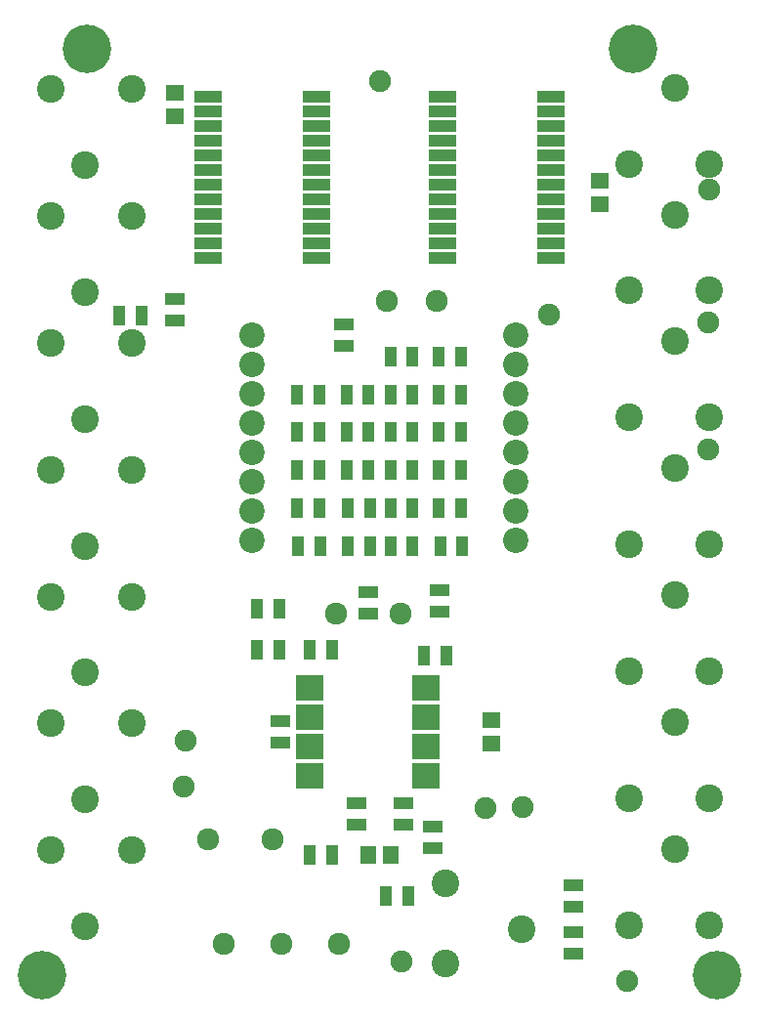
<source format=gbr>
G04 #@! TF.FileFunction,Soldermask,Top*
%FSLAX46Y46*%
G04 Gerber Fmt 4.6, Leading zero omitted, Abs format (unit mm)*
G04 Created by KiCad (PCBNEW 4.0.7) date Thursday, May 31, 2018 'PMt' 11:14:33 PM*
%MOMM*%
%LPD*%
G01*
G04 APERTURE LIST*
%ADD10C,0.100000*%
%ADD11R,1.650000X1.400000*%
%ADD12R,1.400000X1.650000*%
%ADD13C,1.924000*%
%ADD14C,1.900000*%
%ADD15R,1.700000X1.100000*%
%ADD16R,1.100000X1.700000*%
%ADD17R,2.400000X1.000000*%
%ADD18R,2.400000X2.180000*%
%ADD19C,2.200000*%
%ADD20C,2.400000*%
%ADD21C,4.200000*%
G04 APERTURE END LIST*
D10*
D11*
X85852000Y-93456000D03*
X85852000Y-91456000D03*
D12*
X77200000Y-103124000D03*
X75200000Y-103124000D03*
D11*
X95250000Y-44720000D03*
X95250000Y-46720000D03*
X58420000Y-37100000D03*
X58420000Y-39100000D03*
D13*
X66930000Y-101805000D03*
X61340000Y-101805000D03*
X62650000Y-110850000D03*
X67650000Y-110850000D03*
X72650000Y-110850000D03*
D14*
X76200000Y-36068000D03*
D15*
X73100000Y-59050000D03*
X73100000Y-57150000D03*
X67564000Y-93406000D03*
X67564000Y-91506000D03*
D16*
X76774000Y-106680000D03*
X78674000Y-106680000D03*
X55560000Y-56388000D03*
X53660000Y-56388000D03*
X81350000Y-60000000D03*
X83250000Y-60000000D03*
X81350000Y-63300000D03*
X83250000Y-63300000D03*
X81350000Y-66500000D03*
X83250000Y-66500000D03*
X81350000Y-69800000D03*
X83250000Y-69800000D03*
D15*
X58420000Y-56830000D03*
X58420000Y-54930000D03*
D16*
X79050000Y-60000000D03*
X77150000Y-60000000D03*
X79050000Y-63300000D03*
X77150000Y-63300000D03*
X79050000Y-66500000D03*
X77150000Y-66500000D03*
X79050000Y-69800000D03*
X77150000Y-69800000D03*
X81350000Y-73100000D03*
X83250000Y-73100000D03*
X80076000Y-85852000D03*
X81976000Y-85852000D03*
D15*
X81407000Y-80203000D03*
X81407000Y-82103000D03*
X92964000Y-107630000D03*
X92964000Y-105730000D03*
D16*
X79050000Y-73100000D03*
X77150000Y-73100000D03*
X79050000Y-76400000D03*
X77150000Y-76400000D03*
X83350000Y-76400000D03*
X81450000Y-76400000D03*
D15*
X92964000Y-109794000D03*
X92964000Y-111694000D03*
D16*
X70950000Y-63300000D03*
X69050000Y-63300000D03*
X70950000Y-66500000D03*
X69050000Y-66500000D03*
X70950000Y-69800000D03*
X69050000Y-69800000D03*
X70950000Y-73100000D03*
X69050000Y-73100000D03*
X73350000Y-63300000D03*
X75250000Y-63300000D03*
X73350000Y-66500000D03*
X75250000Y-66500000D03*
X73350000Y-69800000D03*
X75250000Y-69800000D03*
X73450000Y-73100000D03*
X75350000Y-73100000D03*
X71050000Y-76400000D03*
X69150000Y-76400000D03*
X67498000Y-81788000D03*
X65598000Y-81788000D03*
X67498000Y-85344000D03*
X65598000Y-85344000D03*
X70170000Y-103124000D03*
X72070000Y-103124000D03*
X73450000Y-76400000D03*
X75350000Y-76400000D03*
D15*
X75184000Y-80330000D03*
X75184000Y-82230000D03*
D16*
X70170000Y-85344000D03*
X72070000Y-85344000D03*
D15*
X74168000Y-100518000D03*
X74168000Y-98618000D03*
X80772000Y-100650000D03*
X80772000Y-102550000D03*
X78232000Y-100518000D03*
X78232000Y-98618000D03*
D17*
X61340000Y-37465000D03*
X61340000Y-38735000D03*
X61340000Y-40005000D03*
X61340000Y-41275000D03*
X61340000Y-42545000D03*
X61340000Y-43815000D03*
X61340000Y-45085000D03*
X61340000Y-46355000D03*
X61340000Y-47625000D03*
X61340000Y-48895000D03*
X61340000Y-50165000D03*
X61340000Y-51435000D03*
X70740000Y-51435000D03*
X70740000Y-50165000D03*
X70740000Y-48895000D03*
X70740000Y-47625000D03*
X70740000Y-46355000D03*
X70740000Y-45085000D03*
X70740000Y-43815000D03*
X70740000Y-42545000D03*
X70740000Y-41275000D03*
X70740000Y-40005000D03*
X70740000Y-38735000D03*
X70740000Y-37465000D03*
X81660000Y-37465000D03*
X81660000Y-38735000D03*
X81660000Y-40005000D03*
X81660000Y-41275000D03*
X81660000Y-42545000D03*
X81660000Y-43815000D03*
X81660000Y-45085000D03*
X81660000Y-46355000D03*
X81660000Y-47625000D03*
X81660000Y-48895000D03*
X81660000Y-50165000D03*
X81660000Y-51435000D03*
X91060000Y-51435000D03*
X91060000Y-50165000D03*
X91060000Y-48895000D03*
X91060000Y-47625000D03*
X91060000Y-46355000D03*
X91060000Y-45085000D03*
X91060000Y-43815000D03*
X91060000Y-42545000D03*
X91060000Y-41275000D03*
X91060000Y-40005000D03*
X91060000Y-38735000D03*
X91060000Y-37465000D03*
D18*
X80184000Y-96266000D03*
X80184000Y-93726000D03*
X80184000Y-91186000D03*
X80184000Y-88646000D03*
X70184000Y-88646000D03*
X70184000Y-91186000D03*
X70184000Y-93726000D03*
X70184000Y-96266000D03*
D13*
X78020000Y-82230000D03*
X72470000Y-82230000D03*
X81110000Y-55110000D03*
X76790000Y-55110000D03*
D14*
X85344000Y-99060000D03*
D19*
X88030000Y-58140000D03*
X88030000Y-60680000D03*
X88030000Y-63220000D03*
X88030000Y-65760000D03*
X88030000Y-68300000D03*
X88030000Y-70840000D03*
X88030000Y-73380000D03*
X88030000Y-75920000D03*
X65170000Y-75920000D03*
X65170000Y-73380000D03*
X65170000Y-70840000D03*
X65170000Y-68300000D03*
X65170000Y-65760000D03*
X65170000Y-63220000D03*
X65170000Y-60680000D03*
X65170000Y-58140000D03*
D14*
X104800000Y-45500000D03*
X104700000Y-57000000D03*
X104700000Y-68000000D03*
X97700000Y-114100000D03*
X90900000Y-56300000D03*
X88600000Y-99000000D03*
X78100000Y-112400000D03*
X59400000Y-93260000D03*
X59200000Y-97200000D03*
D20*
X101802400Y-36648660D03*
X104802140Y-43248660D03*
X97801900Y-43248660D03*
X101802400Y-47648660D03*
X104802140Y-54248660D03*
X97801900Y-54248660D03*
X101802400Y-58648660D03*
X104802140Y-65248660D03*
X97801900Y-65248660D03*
X101802400Y-69648660D03*
X104802140Y-76248660D03*
X97801900Y-76248660D03*
X101802400Y-80648660D03*
X104802140Y-87248660D03*
X97801900Y-87248660D03*
X101802400Y-91648660D03*
X104802140Y-98248660D03*
X97801900Y-98248660D03*
X101802400Y-102648660D03*
X104802140Y-109248660D03*
X97801900Y-109248660D03*
X88551340Y-109577400D03*
X81951340Y-112577140D03*
X81951340Y-105576900D03*
X50697600Y-43351340D03*
X47697860Y-36751340D03*
X54698100Y-36751340D03*
X50697600Y-54351340D03*
X47697860Y-47751340D03*
X54698100Y-47751340D03*
X50697600Y-65351340D03*
X47697860Y-58751340D03*
X54698100Y-58751340D03*
X50697600Y-76351340D03*
X47697860Y-69751340D03*
X54698100Y-69751340D03*
X50697600Y-87351340D03*
X47697860Y-80751340D03*
X54698100Y-80751340D03*
X50697600Y-98351340D03*
X47697860Y-91751340D03*
X54698100Y-91751340D03*
X50697600Y-109351340D03*
X47697860Y-102751340D03*
X54698100Y-102751340D03*
D21*
X50880000Y-33300000D03*
X98130000Y-33300000D03*
X46970000Y-113580000D03*
X105420000Y-113540000D03*
M02*

</source>
